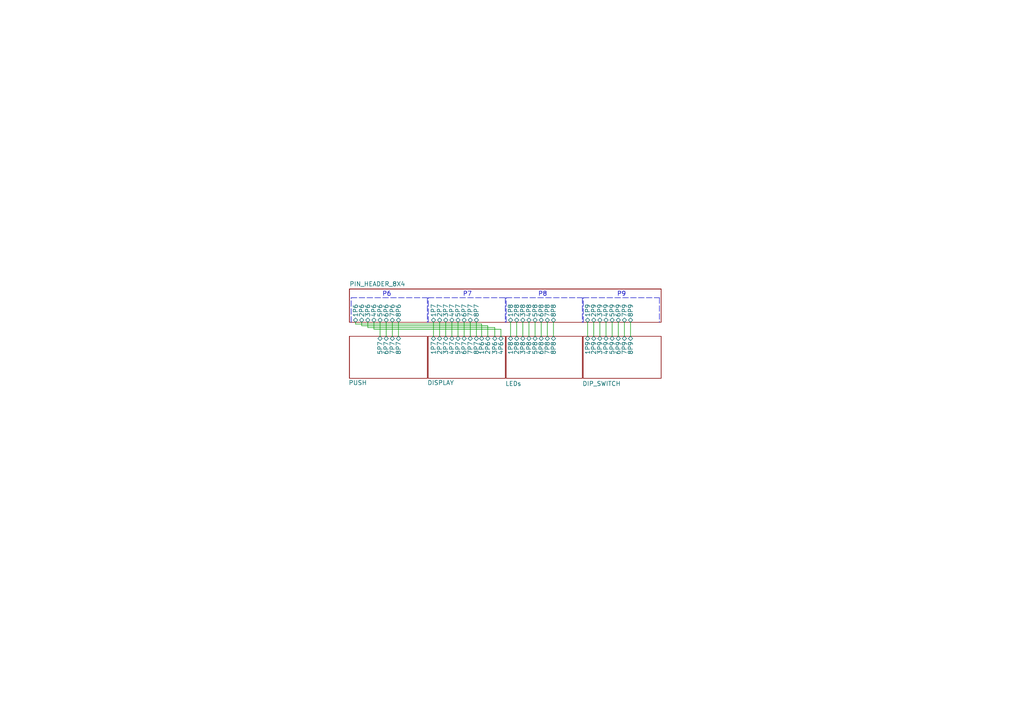
<source format=kicad_sch>
(kicad_sch (version 20211123) (generator eeschema)
  (paper "A4")
  (lib_symbols)
  (wire (pts (xy 106.68 94.996) (xy 143.51 94.996)))
  (wire (pts (xy 143.51 94.996) (xy 143.51 97.536)))
  (polyline (pts (xy 169.164 86.36) (xy 191.262 86.36)))
  (wire (pts (xy 134.62 93.472) (xy 134.62 97.536)))
  (polyline (pts (xy 168.91 86.36) (xy 168.91 93.472)))
  (wire (pts (xy 170.434 93.472) (xy 170.434 97.536)))
  (wire (pts (xy 175.768 93.472) (xy 175.768 97.536)))
  (wire (pts (xy 108.458 95.504) (xy 108.458 93.472)))
  (polyline (pts (xy 191.262 86.36) (xy 191.262 93.472)))
  (wire (pts (xy 103.124 93.98) (xy 103.124 93.472)))
  (wire (pts (xy 158.75 93.472) (xy 158.75 97.536)))
  (wire (pts (xy 179.324 93.472) (xy 179.324 97.536)))
  (polyline (pts (xy 169.164 93.472) (xy 169.164 86.36)))
  (wire (pts (xy 139.7 93.98) (xy 103.124 93.98)))
  (wire (pts (xy 148.082 93.472) (xy 148.082 97.536)))
  (wire (pts (xy 177.546 93.472) (xy 177.546 97.536)))
  (wire (pts (xy 104.902 94.488) (xy 104.902 93.472)))
  (wire (pts (xy 151.638 93.472) (xy 151.638 97.536)))
  (wire (pts (xy 160.528 93.472) (xy 160.528 97.536)))
  (polyline (pts (xy 101.854 93.472) (xy 101.854 86.36)))
  (polyline (pts (xy 146.812 86.36) (xy 168.91 86.36)))
  (polyline (pts (xy 146.558 86.36) (xy 146.558 93.472)))
  (wire (pts (xy 145.288 95.504) (xy 108.458 95.504)))
  (wire (pts (xy 153.416 93.472) (xy 153.416 97.536)))
  (wire (pts (xy 132.842 93.472) (xy 132.842 97.536)))
  (wire (pts (xy 182.88 93.472) (xy 182.88 97.536)))
  (wire (pts (xy 138.176 93.472) (xy 138.176 97.536)))
  (polyline (pts (xy 123.952 86.36) (xy 123.952 93.472)))
  (wire (pts (xy 156.972 93.472) (xy 156.972 97.536)))
  (wire (pts (xy 113.792 93.472) (xy 113.792 97.536)))
  (wire (pts (xy 181.102 93.472) (xy 181.102 97.536)))
  (polyline (pts (xy 146.812 93.472) (xy 146.812 86.36)))
  (wire (pts (xy 127.508 93.472) (xy 127.508 97.536)))
  (wire (pts (xy 115.57 93.472) (xy 115.57 97.536)))
  (wire (pts (xy 112.014 93.472) (xy 112.014 97.536)))
  (wire (pts (xy 139.7 97.536) (xy 139.7 93.98)))
  (wire (pts (xy 155.194 93.472) (xy 155.194 97.536)))
  (wire (pts (xy 129.286 93.472) (xy 129.286 97.536)))
  (wire (pts (xy 149.86 93.472) (xy 149.86 97.536)))
  (wire (pts (xy 172.212 93.472) (xy 172.212 97.536)))
  (wire (pts (xy 125.73 93.472) (xy 125.73 97.536)))
  (wire (pts (xy 106.68 93.472) (xy 106.68 94.996)))
  (wire (pts (xy 141.478 94.488) (xy 104.902 94.488)))
  (polyline (pts (xy 124.206 93.472) (xy 124.206 86.36)))
  (polyline (pts (xy 124.206 86.36) (xy 146.558 86.36)))
  (polyline (pts (xy 101.854 86.36) (xy 123.952 86.36)))
  (wire (pts (xy 110.236 93.472) (xy 110.236 97.536)))
  (wire (pts (xy 131.064 93.472) (xy 131.064 97.536)))
  (wire (pts (xy 173.99 93.472) (xy 173.99 97.536)))
  (wire (pts (xy 136.398 93.472) (xy 136.398 97.536)))
  (wire (pts (xy 141.478 97.536) (xy 141.478 94.488)))
  (wire (pts (xy 145.288 97.536) (xy 145.288 95.504)))
  (text "P6" (at 113.538 86.106 180) (effects (font (size 1.27 1.27)) (justify right bottom)))
  (text "P7" (at 136.906 86.106 180) (effects (font (size 1.27 1.27)) (justify right bottom)))
  (text "P9" (at 181.61 86.106 180) (effects (font (size 1.27 1.27)) (justify right bottom)))
  (text "P8" (at 158.75 86.106 180) (effects (font (size 1.27 1.27)) (justify right bottom)))
  (sheet (at 146.812 97.536) (size 22.098 12.192) (stroke (width 0.1524))
    (property "Sheet name" "LEDs" (at 146.558 112.014 0) (effects (justify left bottom)))
    (property "Sheet file" "LEDs.kicad_sch" (effects hide))
    (pin "5P8" bidirectional (at 155.194 97.536 90))
    (pin "3P8" bidirectional (at 151.638 97.536 90))
    (pin "8P8" bidirectional (at 160.528 97.536 90))
    (pin "7P8" bidirectional (at 158.75 97.536 90))
    (pin "4P8" bidirectional (at 153.416 97.536 90))
    (pin "2P8" bidirectional (at 149.86 97.536 90))
    (pin "1P8" bidirectional (at 148.082 97.536 90))
    (pin "6P8" bidirectional (at 156.972 97.536 90))
  )
  (sheet (at 101.346 97.536) (size 22.606 12.192) (stroke (width 0.1524))
    (property "Sheet name" "PUSH" (at 101.092 111.76 0) (effects (justify left bottom)))
    (property "Sheet file" "PUSH.kicad_sch" (effects hide))
    (pin "7P7" bidirectional (at 113.792 97.536 90))
    (pin "5P7" bidirectional (at 110.236 97.536 90))
    (pin "8P7" bidirectional (at 115.57 97.536 90))
    (pin "6P7" bidirectional (at 112.014 97.536 90))
  )
  (sheet (at 169.164 97.536) (size 22.606 12.192) (stroke (width 0.1524))
    (property "Sheet name" "DIP_SWITCH" (at 168.91 112.014 0) (effects (justify left bottom)))
    (property "Sheet file" "DIP_SWICTH.kicad_sch" (effects hide))
    (pin "4P9" bidirectional (at 175.768 97.536 90))
    (pin "5P9" bidirectional (at 177.546 97.536 90))
    (pin "6P9" bidirectional (at 179.324 97.536 90))
    (pin "7P9" bidirectional (at 181.102 97.536 90))
    (pin "8P9" bidirectional (at 182.88 97.536 90))
    (pin "1P9" bidirectional (at 170.434 97.536 90))
    (pin "3P9" bidirectional (at 173.99 97.536 90))
    (pin "2P9" bidirectional (at 172.212 97.536 90))
  )
  (sheet (at 124.206 97.536) (size 22.352 12.192) (stroke (width 0.1524))
    (property "Sheet name" "DISPLAY" (at 123.952 111.76 0) (effects (justify left bottom)))
    (property "Sheet file" "DISPLAY.kicad_sch" (effects hide))
    (pin "4P6" bidirectional (at 145.288 97.536 90))
    (pin "2P6" bidirectional (at 141.478 97.536 90))
    (pin "3P6" bidirectional (at 143.51 97.536 90))
    (pin "1P6" bidirectional (at 139.7 97.536 90))
    (pin "1P7" bidirectional (at 125.73 97.536 90))
    (pin "4P7" bidirectional (at 131.064 97.536 90))
    (pin "5P7" bidirectional (at 132.842 97.536 90))
    (pin "3P7" bidirectional (at 129.286 97.536 90))
    (pin "2P7" bidirectional (at 127.508 97.536 90))
    (pin "8P7" bidirectional (at 138.176 97.536 90))
    (pin "7P7" bidirectional (at 136.398 97.536 90))
    (pin "6P7" bidirectional (at 134.62 97.536 90))
  )
  (sheet (at 101.346 83.82) (size 90.424 9.652) (stroke (width 0.1524))
    (property "Sheet name" "PIN_HEADER_8X4" (at 101.346 83.1084 0) (effects (justify left bottom)))
    (property "Sheet file" "PIN_HEADER_8X4.kicad_sch" (effects hide))
    (pin "3P8" bidirectional (at 151.638 93.472 270))
    (pin "2P8" bidirectional (at 149.86 93.472 270))
    (pin "4P8" bidirectional (at 153.416 93.472 270))
    (pin "1P8" bidirectional (at 148.082 93.472 270))
    (pin "7P8" bidirectional (at 158.75 93.472 270))
    (pin "6P8" bidirectional (at 156.972 93.472 270))
    (pin "8P8" bidirectional (at 160.528 93.472 270))
    (pin "5P8" bidirectional (at 155.194 93.472 270))
    (pin "4P6" bidirectional (at 108.458 93.472 270))
    (pin "2P6" bidirectional (at 104.902 93.472 270))
    (pin "1P6" bidirectional (at 103.124 93.472 270))
    (pin "3P6" bidirectional (at 106.68 93.472 270))
    (pin "5P6" bidirectional (at 110.236 93.472 270))
    (pin "6P6" bidirectional (at 112.014 93.472 270))
    (pin "7P6" bidirectional (at 113.792 93.472 270))
    (pin "8P6" bidirectional (at 115.57 93.472 270))
    (pin "8P7" bidirectional (at 138.176 93.472 270))
    (pin "7P7" bidirectional (at 136.398 93.472 270))
    (pin "6P7" bidirectional (at 134.62 93.472 270))
    (pin "4P7" bidirectional (at 131.064 93.472 270))
    (pin "5P7" bidirectional (at 132.842 93.472 270))
    (pin "3P7" bidirectional (at 129.286 93.472 270))
    (pin "2P7" bidirectional (at 127.508 93.472 270))
    (pin "1P7" bidirectional (at 125.73 93.472 270))
    (pin "3P9" bidirectional (at 173.99 93.472 270))
    (pin "6P9" bidirectional (at 179.324 93.472 270))
    (pin "5P9" bidirectional (at 177.546 93.472 270))
    (pin "2P9" bidirectional (at 172.212 93.472 270))
    (pin "4P9" bidirectional (at 175.768 93.472 270))
    (pin "1P9" bidirectional (at 170.434 93.472 270))
    (pin "7P9" bidirectional (at 181.102 93.472 270))
    (pin "8P9" bidirectional (at 182.88 93.472 270))
  )
)
</source>
